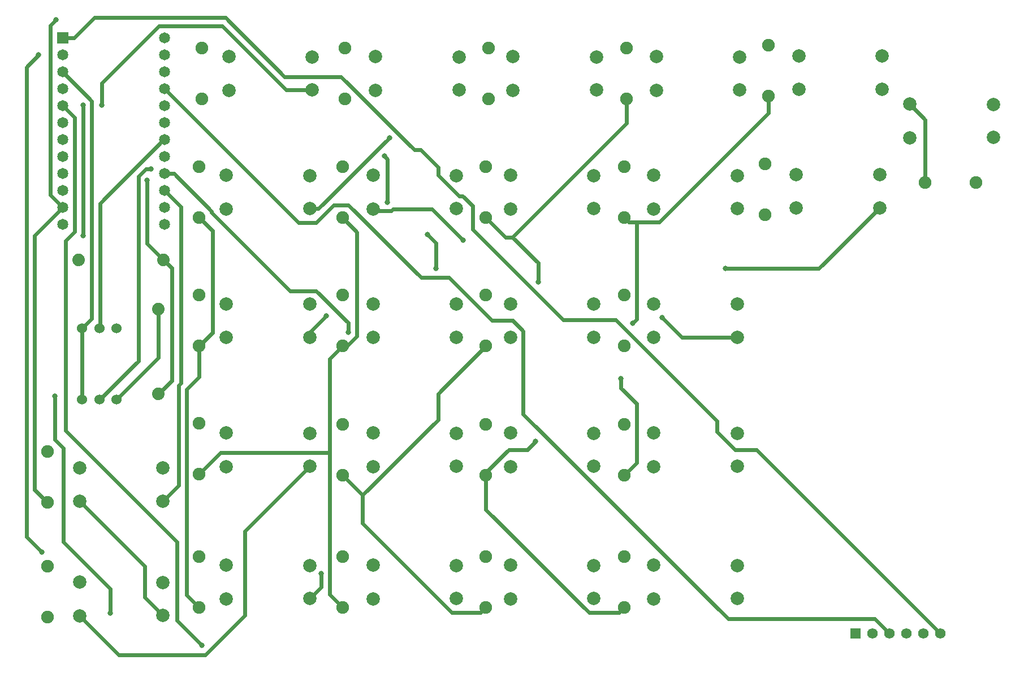
<source format=gbl>
G04 Layer: BottomLayer*
G04 EasyEDA v6.1.33, Sat, 27 Apr 2019 13:28:37 GMT*
G04 c1ca82668c2d4d1491ff35bdc25fb94a,6a163e1b02164d1f80322a9964b4fc45,10*
G04 Gerber Generator version 0.2*
G04 Scale: 100 percent, Rotated: No, Reflected: No *
G04 Dimensions in inches *
G04 leading zeros omitted , absolute positions ,2 integer and 4 decimal *
%FSLAX24Y24*%
%MOIN*%
G90*
G70D02*

%ADD11C,0.024000*%
%ADD12C,0.032000*%
%ADD13C,0.065000*%
%ADD14R,0.065000X0.065000*%
%ADD15C,0.078740*%
%ADD16C,0.075000*%
%ADD17C,0.062000*%
%ADD18R,0.062000X0.062000*%
%ADD19C,0.060000*%
%ADD20C,0.074000*%

%LPD*%
G54D11*
G01X2300Y38557D02*
G01X1963Y38219D01*
G01X1963Y28236D01*
G01X2700Y27500D01*
G01X35610Y17413D02*
G01X35610Y16848D01*
G01X36536Y15921D01*
G01X36536Y12436D01*
G01X35800Y11700D01*
G01X1800Y10098D02*
G01X1048Y10848D01*
G01X1048Y25848D01*
G01X2700Y27500D01*
G01X29218Y25748D02*
G01X35950Y32480D01*
G01X35950Y33900D01*
G01X30721Y23103D02*
G01X30721Y24244D01*
G01X29218Y25748D01*
G01X29218Y25748D02*
G01X28802Y25748D01*
G01X27650Y26901D01*
G01X20377Y10523D02*
G01X24823Y14971D01*
G01X24823Y16500D01*
G01X27650Y19326D01*
G01X27650Y3901D02*
G01X27342Y3592D01*
G01X25635Y3592D01*
G01X20377Y8851D01*
G01X20377Y10523D01*
G01X20377Y10523D01*
G01X20377Y10523D02*
G01X19200Y11701D01*
G01X10906Y1663D02*
G01X9425Y3144D01*
G01X9425Y7780D01*
G01X2867Y14338D01*
G01X2867Y25527D01*
G01X3413Y26071D01*
G01X3413Y32786D01*
G01X2700Y33500D01*
G01X2700Y35500D02*
G01X4417Y33782D01*
G01X4417Y20921D01*
G01X3846Y20350D01*
G01X3846Y16150D02*
G01X3846Y20350D01*
G01X5500Y3576D02*
G01X5500Y5003D01*
G01X2751Y7751D01*
G01X2751Y13292D01*
G01X2236Y13805D01*
G01X2236Y16376D01*
G01X1453Y7161D02*
G01X561Y8051D01*
G01X561Y35777D01*
G01X1284Y36500D01*
G01X3386Y37500D02*
G01X4571Y38684D01*
G01X12289Y38684D01*
G01X15757Y35215D01*
G01X19114Y35215D01*
G01X23422Y30907D01*
G01X23793Y30907D01*
G01X24843Y29857D01*
G01X24843Y29384D01*
G01X26056Y28171D01*
G01X26268Y28171D01*
G01X26855Y27584D01*
G01X26855Y26201D01*
G01X32194Y20859D01*
G01X35306Y20859D01*
G01X41268Y14898D01*
G01X41268Y14276D01*
G01X42343Y13200D01*
G01X43600Y13200D01*
G01X54450Y2350D01*
G01X2700Y37500D02*
G01X3386Y37500D01*
G01X8700Y29500D02*
G01X9260Y29500D01*
G01X11485Y27273D01*
G01X11485Y27194D01*
G01X16100Y22580D01*
G01X17635Y22580D01*
G01X19531Y20684D01*
G01X19531Y20127D01*
G01X50859Y27467D02*
G01X47276Y23884D01*
G01X41761Y23884D01*
G01X24700Y23884D02*
G01X24700Y25413D01*
G01X24198Y25913D01*
G01X17259Y27417D02*
G01X17757Y27417D01*
G01X21956Y31615D01*
G01X26315Y25557D02*
G01X24457Y27415D01*
G01X22181Y27415D01*
G01X22056Y27290D01*
G01X21113Y27290D01*
G01X20988Y27415D01*
G01X17259Y19842D02*
G01X17259Y20126D01*
G01X18231Y21098D01*
G01X17259Y4417D02*
G01X17927Y5086D01*
G01X17927Y5907D01*
G01X10750Y19326D02*
G01X11531Y20107D01*
G01X11531Y26119D01*
G01X10750Y26901D01*
G01X10750Y3901D02*
G01X10014Y4636D01*
G01X10014Y16771D01*
G01X10750Y17507D01*
G01X10750Y19326D01*
G01X21840Y27811D02*
G01X21840Y30346D01*
G01X21657Y30530D01*
G01X19200Y26901D02*
G01X20052Y26048D01*
G01X20052Y19911D01*
G01X19467Y19326D01*
G01X19200Y19326D01*
G01X18436Y13019D02*
G01X18448Y13007D01*
G01X18448Y4651D01*
G01X19200Y3901D01*
G01X18436Y13019D02*
G01X18436Y18563D01*
G01X19200Y19326D01*
G01X10750Y11763D02*
G01X12006Y13019D01*
G01X18436Y13019D01*
G01X36540Y26619D02*
G01X37868Y26619D01*
G01X44300Y33051D01*
G01X44300Y34075D01*
G01X35800Y26900D02*
G01X36080Y26619D01*
G01X36540Y26619D01*
G01X36297Y20667D02*
G01X36540Y20909D01*
G01X36540Y26619D01*
G01X27650Y11701D02*
G01X27650Y11851D01*
G01X28997Y13200D01*
G01X30093Y13200D01*
G01X30586Y13694D01*
G01X35800Y3900D02*
G01X35493Y3592D01*
G01X33735Y3592D01*
G01X27650Y9678D01*
G01X27650Y11701D01*
G01X51450Y2350D02*
G01X50575Y3225D01*
G01X41934Y3225D01*
G01X29843Y15315D01*
G01X29843Y20202D01*
G01X29221Y20825D01*
G01X28001Y20825D01*
G01X25463Y23363D01*
G01X23835Y23363D01*
G01X19550Y27648D01*
G01X18669Y27648D01*
G01X17631Y26609D01*
G01X16589Y26609D01*
G01X8700Y34500D01*
G01X8700Y31500D02*
G01X8652Y31500D01*
G01X4900Y27748D01*
G01X4900Y20380D01*
G01X4869Y20350D01*
G01X42459Y19842D02*
G01X39202Y19842D01*
G01X38029Y21013D01*
G01X17409Y34417D02*
G01X15876Y34417D01*
G01X12089Y38203D01*
G01X8375Y38203D01*
G01X5011Y34840D01*
G01X5011Y33525D01*
G01X3896Y33525D02*
G01X3896Y25819D01*
G01X8700Y28500D02*
G01X9661Y27538D01*
G01X9661Y17130D01*
G01X9532Y17002D01*
G01X9532Y11090D01*
G01X8609Y10167D01*
G01X4869Y16150D02*
G01X7156Y18436D01*
G01X7156Y29323D01*
G01X7593Y29761D01*
G01X7917Y29761D01*
G01X53550Y28950D02*
G01X53550Y32671D01*
G01X52638Y33584D01*
G01X8609Y3417D02*
G01X7523Y4501D01*
G01X7523Y6330D01*
G01X3688Y10165D01*
G01X17259Y12217D02*
G01X13430Y8388D01*
G01X13430Y3434D01*
G01X11096Y1098D01*
G01X6005Y1098D01*
G01X3688Y3415D01*
G01X7677Y29109D02*
G01X7677Y25371D01*
G01X8650Y24400D01*
G01X8350Y16500D02*
G01X9131Y17282D01*
G01X9131Y23917D01*
G01X8650Y24400D01*
G01X8350Y21500D02*
G01X8350Y18646D01*
G01X5853Y16150D01*
G54D13*
G01X2700Y26500D03*
G01X2700Y27500D03*
G01X2700Y28500D03*
G01X2700Y29500D03*
G01X2700Y30500D03*
G01X2700Y31500D03*
G01X2700Y32500D03*
G01X2700Y33500D03*
G01X2700Y34500D03*
G01X2700Y35500D03*
G01X2700Y36500D03*
G54D14*
G01X2700Y37500D03*
G54D13*
G01X8700Y37500D03*
G01X8700Y36500D03*
G01X8700Y35500D03*
G01X8700Y34500D03*
G01X8700Y33500D03*
G01X8700Y32500D03*
G01X8700Y31500D03*
G01X8700Y30500D03*
G01X8700Y29500D03*
G01X8700Y28500D03*
G01X8700Y27500D03*
G01X8700Y26500D03*
G54D15*
G01X17409Y34417D03*
G01X12488Y34415D03*
G01X17411Y36382D03*
G01X12488Y36384D03*
G01X26059Y34417D03*
G01X21138Y34415D03*
G01X26061Y36382D03*
G01X21138Y36384D03*
G01X34159Y34417D03*
G01X29238Y34415D03*
G01X34161Y36382D03*
G01X29238Y36384D03*
G01X42609Y34417D03*
G01X37688Y34415D03*
G01X42611Y36382D03*
G01X37688Y36384D03*
G01X51009Y34467D03*
G01X46088Y34465D03*
G01X51011Y36432D03*
G01X46088Y36434D03*
G01X57559Y31617D03*
G01X52638Y31615D03*
G01X57561Y33582D03*
G01X52638Y33584D03*
G01X17259Y27417D03*
G01X12338Y27415D03*
G01X17261Y29382D03*
G01X12338Y29384D03*
G01X25909Y27417D03*
G01X20988Y27415D03*
G01X25911Y29382D03*
G01X20988Y29384D03*
G01X34009Y27417D03*
G01X29088Y27415D03*
G01X34011Y29382D03*
G01X29088Y29384D03*
G01X42459Y27417D03*
G01X37538Y27415D03*
G01X42461Y29382D03*
G01X37538Y29384D03*
G01X50859Y27467D03*
G01X45938Y27465D03*
G01X50861Y29432D03*
G01X45938Y29434D03*
G01X17259Y19842D03*
G01X12338Y19840D03*
G01X17261Y21807D03*
G01X12338Y21809D03*
G01X25909Y19842D03*
G01X20988Y19840D03*
G01X25911Y21807D03*
G01X20988Y21809D03*
G01X34009Y19842D03*
G01X29088Y19840D03*
G01X34011Y21807D03*
G01X29088Y21809D03*
G01X42459Y19842D03*
G01X37538Y19840D03*
G01X42461Y21807D03*
G01X37538Y21809D03*
G01X8609Y10167D03*
G01X3688Y10165D03*
G01X8611Y12132D03*
G01X3688Y12134D03*
G01X8609Y3417D03*
G01X3688Y3415D03*
G01X8611Y5382D03*
G01X3688Y5384D03*
G01X17259Y12217D03*
G01X12338Y12215D03*
G01X17261Y14182D03*
G01X12338Y14184D03*
G01X25909Y12217D03*
G01X20988Y12215D03*
G01X25911Y14182D03*
G01X20988Y14184D03*
G01X34009Y12217D03*
G01X29088Y12215D03*
G01X34011Y14182D03*
G01X29088Y14184D03*
G01X42459Y12217D03*
G01X37538Y12215D03*
G01X42461Y14182D03*
G01X37538Y14184D03*
G01X17259Y4417D03*
G01X12338Y4415D03*
G01X17261Y6382D03*
G01X12338Y6384D03*
G01X25909Y4417D03*
G01X20988Y4415D03*
G01X25911Y6382D03*
G01X20988Y6384D03*
G01X34009Y4417D03*
G01X29088Y4415D03*
G01X34011Y6382D03*
G01X29088Y6384D03*
G01X42459Y4417D03*
G01X37538Y4415D03*
G01X42461Y6382D03*
G01X37538Y6384D03*
G54D16*
G01X10900Y33901D03*
G01X10900Y36901D03*
G01X56550Y28950D03*
G01X53550Y28950D03*
G01X44100Y27075D03*
G01X44100Y30075D03*
G01X1800Y10098D03*
G01X1800Y13098D03*
G01X35800Y11700D03*
G01X35800Y14700D03*
G01X19350Y33901D03*
G01X19350Y36901D03*
G01X10750Y26901D03*
G01X10750Y29901D03*
G01X10750Y19326D03*
G01X10750Y22326D03*
G01X1800Y3348D03*
G01X1800Y6348D03*
G01X10750Y3901D03*
G01X10750Y6901D03*
G01X27800Y33901D03*
G01X27800Y36901D03*
G01X19200Y26901D03*
G01X19200Y29901D03*
G01X19200Y19326D03*
G01X19200Y22326D03*
G01X10750Y11763D03*
G01X10750Y14763D03*
G01X19200Y3901D03*
G01X19200Y6901D03*
G01X35950Y33900D03*
G01X35950Y36900D03*
G01X27650Y26901D03*
G01X27650Y29901D03*
G01X27650Y19326D03*
G01X27650Y22326D03*
G01X19200Y11701D03*
G01X19200Y14701D03*
G01X27650Y3901D03*
G01X27650Y6901D03*
G01X44300Y34075D03*
G01X44300Y37075D03*
G01X35800Y26900D03*
G01X35800Y29900D03*
G01X35800Y19325D03*
G01X35800Y22325D03*
G01X27650Y11701D03*
G01X27650Y14701D03*
G01X35800Y3900D03*
G01X35800Y6900D03*
G54D17*
G01X54450Y2350D03*
G01X53450Y2350D03*
G01X52450Y2350D03*
G01X51450Y2350D03*
G01X50450Y2350D03*
G54D18*
G01X49450Y2350D03*
G54D19*
G01X3846Y20350D03*
G01X4869Y20350D03*
G01X5853Y20350D03*
G01X3846Y16150D03*
G01X4869Y16150D03*
G01X5853Y16150D03*
G54D20*
G01X3650Y24400D03*
G01X8650Y24400D03*
G01X8350Y16500D03*
G01X8350Y21500D03*
G54D12*
G01X2300Y38557D03*
G01X35610Y17413D03*
G01X30721Y23103D03*
G01X10906Y1663D03*
G01X5500Y3576D03*
G01X2236Y16376D03*
G01X1284Y36500D03*
G01X1453Y7161D03*
G01X19531Y20127D03*
G01X24198Y25913D03*
G01X24700Y23884D03*
G01X41761Y23884D03*
G01X21956Y31615D03*
G01X26315Y25557D03*
G01X18231Y21098D03*
G01X17927Y5907D03*
G01X21657Y30530D03*
G01X21840Y27811D03*
G01X36297Y20667D03*
G01X30586Y13694D03*
G01X38029Y21013D03*
G01X3896Y25819D03*
G01X3896Y33525D03*
G01X5011Y33525D03*
G01X7917Y29761D03*
G01X7677Y29109D03*
M00*
M02*

</source>
